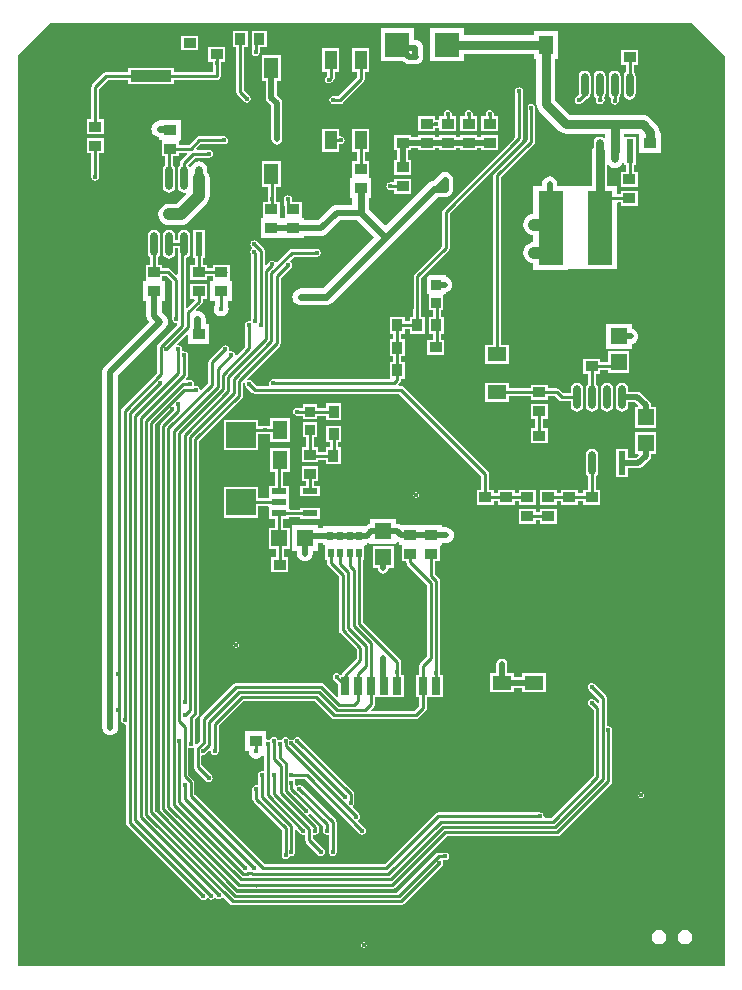
<source format=gbl>
%FSLAX44Y44*%
%MOMM*%
G71*
G01*
G75*
G04 Layer_Physical_Order=2*
G04 Layer_Color=16711680*
%ADD10R,0.8000X1.5000*%
%ADD11R,1.5000X1.0000*%
%ADD12R,1.0160X0.8890*%
%ADD13R,0.3000X1.3500*%
%ADD14R,0.2500X1.3500*%
%ADD15R,3.0000X2.1000*%
%ADD16R,2.1000X0.8000*%
%ADD17R,2.1844X2.4130*%
%ADD18R,0.3000X1.1000*%
%ADD19R,0.8128X1.0668*%
%ADD20R,0.8000X1.6000*%
%ADD21R,2.1000X3.0000*%
%ADD22R,0.8000X2.1000*%
%ADD23R,1.2954X1.1938*%
%ADD24R,0.8890X1.0160*%
%ADD25R,0.7000X0.6000*%
%ADD26R,1.3970X1.3970*%
%ADD27C,0.6000*%
%ADD28C,0.2540*%
%ADD29C,0.5000*%
%ADD30C,1.0000*%
%ADD31C,0.0254*%
%ADD32C,0.0254*%
G04:AMPARAMS|DCode=33|XSize=4mm|YSize=4mm|CornerRadius=2mm|HoleSize=0mm|Usage=FLASHONLY|Rotation=0.000|XOffset=0mm|YOffset=0mm|HoleType=Round|Shape=RoundedRectangle|*
%AMROUNDEDRECTD33*
21,1,4.0000,0.0000,0,0,0.0*
21,1,0.0000,4.0000,0,0,0.0*
1,1,4.0000,0.0000,0.0000*
1,1,4.0000,0.0000,0.0000*
1,1,4.0000,0.0000,0.0000*
1,1,4.0000,0.0000,0.0000*
%
%ADD33ROUNDEDRECTD33*%
%ADD34C,0.4500*%
%ADD35R,0.8128X0.8128*%
%ADD36R,1.2700X0.5080*%
%ADD37R,0.5000X0.8000*%
%ADD38R,1.3970X1.3970*%
%ADD39R,0.8000X1.5000*%
%ADD40R,1.4500X2.0000*%
%ADD41R,0.6096X2.0320*%
%ADD42O,0.6096X2.0320*%
%ADD43R,1.2000X1.8000*%
%ADD44R,1.0000X1.6000*%
%ADD45R,2.0000X2.0000*%
%ADD46R,2.5000X2.2000*%
%ADD47R,1.2954X1.6002*%
%ADD48R,1.6000X1.2000*%
%ADD49R,1.0668X0.8128*%
%ADD50R,3.5000X1.0000*%
%ADD51R,1.2000X1.6000*%
%ADD52R,2.1500X6.3000*%
%ADD53C,0.8000*%
G36*
X299302Y771591D02*
Y698D01*
X-299302D01*
Y771591D01*
X-271591Y799302D01*
X271591D01*
X299302Y771591D01*
D02*
G37*
%LPC*%
G36*
X212430Y494999D02*
X210461Y494607D01*
X208791Y493491D01*
X207675Y491822D01*
X207284Y489852D01*
Y475628D01*
X207675Y473658D01*
X208791Y471989D01*
X210461Y470873D01*
X212430Y470481D01*
X214400Y470873D01*
X216070Y471989D01*
X217186Y473658D01*
X217577Y475628D01*
Y478152D01*
X223479D01*
X226018Y475613D01*
X225532Y474440D01*
X223425D01*
Y456470D01*
X241395D01*
Y474440D01*
X236998D01*
Y475710D01*
X236649Y477466D01*
X235654Y478954D01*
X228624Y485984D01*
X227136Y486979D01*
X225380Y487328D01*
X217577D01*
Y489852D01*
X217186Y491822D01*
X216070Y493491D01*
X214400Y494607D01*
X212430Y494999D01*
D02*
G37*
G36*
X-68993Y464661D02*
X-85947D01*
Y457994D01*
X-95990D01*
Y463700D01*
X-124990D01*
Y437700D01*
X-95990D01*
Y451326D01*
X-85947D01*
Y444659D01*
X-68993D01*
Y464661D01*
D02*
G37*
G36*
X149320Y477234D02*
X135160D01*
Y464344D01*
X138906D01*
Y456406D01*
X135160D01*
Y443516D01*
X149320D01*
Y456406D01*
X145574D01*
Y464344D01*
X149320D01*
Y477234D01*
D02*
G37*
G36*
X-45706Y461294D02*
X-57834D01*
Y449166D01*
X-55104D01*
Y440466D01*
X-58850D01*
Y427576D01*
X-44690D01*
Y429736D01*
X-38576D01*
Y425990D01*
X-25686D01*
Y440150D01*
X-28497D01*
Y444340D01*
X-25386D01*
Y458500D01*
X-38276D01*
Y444340D01*
X-35165D01*
Y440150D01*
X-38576D01*
Y436404D01*
X-44690D01*
Y440466D01*
X-48436D01*
Y449166D01*
X-45706D01*
Y461294D01*
D02*
G37*
G36*
X241395Y452850D02*
X223425D01*
Y434880D01*
X226072D01*
X226558Y433707D01*
X224300Y431448D01*
X217479D01*
Y439020D01*
X207383D01*
Y414700D01*
X217479D01*
Y422272D01*
X226200D01*
X227956Y422621D01*
X229444Y423616D01*
X235654Y429826D01*
X236649Y431314D01*
X236998Y433070D01*
X236998Y433070D01*
X236998Y433070D01*
Y433070D01*
Y434880D01*
X241395D01*
Y452850D01*
D02*
G37*
G36*
X199730Y494999D02*
X197761Y494607D01*
X196091Y493491D01*
X194975Y491822D01*
X194584Y489852D01*
Y475628D01*
X194975Y473658D01*
X196091Y471989D01*
X197761Y470873D01*
X199730Y470481D01*
X201700Y470873D01*
X203370Y471989D01*
X204486Y473658D01*
X204877Y475628D01*
Y489852D01*
X204486Y491822D01*
X203370Y493491D01*
X201700Y494607D01*
X199730Y494999D01*
D02*
G37*
G36*
X218535Y521430D02*
X200565D01*
Y512223D01*
X193770D01*
Y515334D01*
X179610D01*
Y502444D01*
X183356D01*
Y493439D01*
X182275Y491822D01*
X181884Y489852D01*
Y475628D01*
X182275Y473658D01*
X183391Y471989D01*
X185061Y470873D01*
X187031Y470481D01*
X189000Y470873D01*
X190670Y471989D01*
X191786Y473658D01*
X192177Y475628D01*
Y489852D01*
X191786Y491822D01*
X190670Y493491D01*
X190024Y493923D01*
Y502444D01*
X193770D01*
Y505555D01*
X200565D01*
Y503460D01*
X218535D01*
Y521430D01*
D02*
G37*
G36*
X63054Y585914D02*
X46926D01*
Y569786D01*
X48926D01*
Y568674D01*
X48926D01*
Y556546D01*
X52546D01*
Y550720D01*
X48546D01*
Y536560D01*
X52546D01*
Y531416D01*
X47530D01*
Y518526D01*
X61690D01*
Y531416D01*
X59214D01*
Y536560D01*
X61436D01*
Y550720D01*
X59214D01*
Y556546D01*
X61054D01*
Y568674D01*
X61054D01*
Y568888D01*
X61952Y569786D01*
X63054D01*
Y571482D01*
X63927Y571597D01*
X65508Y572252D01*
X66866Y573294D01*
X67908Y574652D01*
X68563Y576233D01*
X68786Y577930D01*
X68563Y579627D01*
X67908Y581208D01*
X66866Y582566D01*
X65508Y583608D01*
X63927Y584263D01*
X63054Y584378D01*
Y585914D01*
D02*
G37*
G36*
X135350Y730804D02*
X134074Y730550D01*
X132992Y729827D01*
X132270Y728746D01*
X132016Y727470D01*
Y700470D01*
X104323Y672776D01*
X103600Y671695D01*
X103346Y670419D01*
Y526920D01*
X96680D01*
Y510920D01*
X116680D01*
Y526920D01*
X110014D01*
Y669038D01*
X137708Y696731D01*
X138430Y697813D01*
X138684Y699089D01*
Y727470D01*
X138430Y728746D01*
X137708Y729827D01*
X136626Y730550D01*
X135350Y730804D01*
D02*
G37*
G36*
X-25386Y477550D02*
X-38276D01*
Y473804D01*
X-45706D01*
Y476534D01*
X-57834D01*
Y473804D01*
X-62730D01*
X-64006Y473550D01*
X-65087Y472827D01*
X-65810Y471746D01*
X-66064Y470470D01*
X-65810Y469194D01*
X-65087Y468112D01*
X-64006Y467390D01*
X-62730Y467136D01*
X-57834D01*
Y464406D01*
X-45706D01*
Y467136D01*
X-38276D01*
Y463390D01*
X-25386D01*
Y477550D01*
D02*
G37*
G36*
X174331Y494999D02*
X172361Y494607D01*
X170691Y493491D01*
X169575Y491822D01*
X169184Y489852D01*
Y486074D01*
X162671D01*
X159597Y489148D01*
X158515Y489871D01*
X157239Y490125D01*
X149320D01*
Y493236D01*
X135160D01*
Y490254D01*
X116680D01*
Y494920D01*
X96680D01*
Y478920D01*
X116680D01*
Y483586D01*
X135160D01*
Y480346D01*
X149320D01*
Y483457D01*
X155858D01*
X158933Y480382D01*
X160014Y479660D01*
X161290Y479406D01*
X169184D01*
Y475628D01*
X169575Y473658D01*
X170691Y471989D01*
X172361Y470873D01*
X174331Y470481D01*
X176300Y470873D01*
X177970Y471989D01*
X179086Y473658D01*
X179477Y475628D01*
Y489852D01*
X179086Y491822D01*
X177970Y493491D01*
X176300Y494607D01*
X174331Y494999D01*
D02*
G37*
G36*
X187031Y439119D02*
X185061Y438727D01*
X183391Y437611D01*
X182275Y435942D01*
X181884Y433972D01*
Y419748D01*
X182275Y417778D01*
X183391Y416109D01*
X183696Y415905D01*
Y404336D01*
X179610D01*
Y401225D01*
X174720D01*
Y404336D01*
X160560D01*
Y401225D01*
X156940D01*
Y404336D01*
X142780D01*
Y391446D01*
X156940D01*
Y394557D01*
X160560D01*
Y391446D01*
X174720D01*
Y394557D01*
X179610D01*
Y391446D01*
X193770D01*
Y404336D01*
X190364D01*
Y415905D01*
X190670Y416109D01*
X191786Y417778D01*
X192177Y419748D01*
Y433972D01*
X191786Y435942D01*
X190670Y437611D01*
X189000Y438727D01*
X187031Y439119D01*
D02*
G37*
G36*
X228600Y148151D02*
X227683Y147969D01*
X226906Y147450D01*
X226386Y146672D01*
X226204Y145755D01*
X226386Y144838D01*
X226906Y144061D01*
X227683Y143542D01*
X228600Y143359D01*
X229517Y143542D01*
X230294Y144061D01*
X230814Y144838D01*
X230996Y145755D01*
X230814Y146672D01*
X230294Y147450D01*
X229517Y147969D01*
X228600Y148151D01*
D02*
G37*
G36*
X-88710Y199834D02*
X-106870D01*
Y182944D01*
X-103925D01*
X-103872Y182880D01*
X-103387Y180441D01*
X-102006Y178374D01*
X-99939Y176993D01*
X-97500Y176508D01*
X-95061Y176993D01*
X-92994Y178374D01*
X-92179Y179593D01*
X-90964Y179224D01*
Y166548D01*
X-91946Y165742D01*
X-92710Y165894D01*
X-93986Y165640D01*
X-95068Y164918D01*
X-95790Y163836D01*
X-96044Y162560D01*
Y155225D01*
X-97026Y154419D01*
X-97250Y154464D01*
X-98526Y154210D01*
X-99607Y153488D01*
X-100330Y152406D01*
X-100584Y151130D01*
Y142547D01*
X-100330Y141271D01*
X-99607Y140189D01*
X-99607Y140189D01*
X-99607Y140189D01*
X-75834Y116416D01*
Y94630D01*
X-75580Y93354D01*
X-74858Y92273D01*
X-73776Y91550D01*
X-72500Y91296D01*
X-71224Y91550D01*
X-70142Y92273D01*
X-69420Y93354D01*
X-69363Y93642D01*
X-68776Y94520D01*
X-67500Y94266D01*
X-66224Y94520D01*
X-65142Y95243D01*
X-64420Y96324D01*
X-64166Y97600D01*
Y115929D01*
X-62993Y116416D01*
X-59994Y113417D01*
X-59858Y113212D01*
X-58776Y112490D01*
X-57500Y112236D01*
X-56767Y112382D01*
X-55785Y111576D01*
Y107551D01*
X-55531Y106275D01*
X-54809Y105194D01*
X-44858Y95243D01*
X-43776Y94520D01*
X-42500Y94266D01*
X-41224Y94520D01*
X-40142Y95243D01*
X-39420Y96324D01*
X-39166Y97600D01*
X-39420Y98876D01*
X-40142Y99958D01*
X-49117Y108932D01*
Y111559D01*
X-48135Y112364D01*
X-47491Y112236D01*
X-46215Y112490D01*
X-45133Y113212D01*
X-44410Y114294D01*
X-44156Y115570D01*
Y118469D01*
X-44410Y119745D01*
X-45133Y120827D01*
X-53109Y128803D01*
X-52984Y130067D01*
X-52794Y130194D01*
X-52667Y130384D01*
X-51403Y130508D01*
X-40834Y119939D01*
Y115570D01*
X-40580Y114294D01*
X-39857Y113212D01*
X-38776Y112490D01*
X-37500Y112236D01*
X-36816Y112372D01*
X-35834Y111566D01*
Y97600D01*
X-35580Y96324D01*
X-34857Y95243D01*
X-33776Y94520D01*
X-32500Y94266D01*
X-31224Y94520D01*
X-30143Y95243D01*
X-29420Y96324D01*
X-29166Y97600D01*
Y122740D01*
X-29420Y124016D01*
X-30143Y125098D01*
X-58567Y153523D01*
X-59649Y154246D01*
X-60925Y154499D01*
X-62201Y154246D01*
X-63046Y153681D01*
X-64166Y154279D01*
Y156210D01*
X-64420Y157486D01*
X-64834Y158106D01*
X-64235Y159226D01*
X-55871D01*
X-9858Y113212D01*
X-8776Y112490D01*
X-7500Y112236D01*
X-6224Y112490D01*
X-5142Y113212D01*
X-4420Y114294D01*
X-4166Y115570D01*
X-4420Y116846D01*
X-5142Y117928D01*
X-10869Y123654D01*
X-10745Y124918D01*
X-10143Y125321D01*
X-9420Y126403D01*
X-9166Y127678D01*
X-9420Y128954D01*
X-10143Y130036D01*
X-15653Y135546D01*
X-15528Y136810D01*
X-15143Y137067D01*
X-14420Y138149D01*
X-14166Y139425D01*
Y146770D01*
X-14420Y148046D01*
X-15143Y149128D01*
X-60142Y194128D01*
X-61224Y194850D01*
X-62500Y195104D01*
X-63776Y194850D01*
X-64858Y194128D01*
X-65580Y193046D01*
X-65580Y193046D01*
Y193046D01*
X-66224Y192560D01*
X-67500Y192814D01*
X-68776Y192560D01*
X-69420Y193046D01*
Y193046D01*
X-69420Y193046D01*
X-70142Y194128D01*
X-71224Y194850D01*
X-72500Y195104D01*
X-73776Y194850D01*
X-74858Y194128D01*
X-75580Y193046D01*
D01*
X-76194Y192280D01*
X-77470Y192534D01*
X-78746Y192280D01*
X-79420Y193046D01*
Y193046D01*
X-79420Y193046D01*
X-80142Y194128D01*
X-81224Y194850D01*
X-82500Y195104D01*
X-83776Y194850D01*
X-84858Y194128D01*
X-85580Y193046D01*
X-85677Y192561D01*
X-86354Y192280D01*
X-87630Y192534D01*
X-87728Y192514D01*
X-88710Y193320D01*
Y199834D01*
D02*
G37*
G36*
X265800Y31748D02*
X263459Y31282D01*
X261474Y29956D01*
X260148Y27971D01*
X259683Y25630D01*
X260148Y23289D01*
X261474Y21304D01*
X263459Y19978D01*
X265800Y19512D01*
X268141Y19978D01*
X270126Y21304D01*
X271452Y23289D01*
X271918Y25630D01*
X271452Y27971D01*
X270126Y29956D01*
X268141Y31282D01*
X265800Y31748D01*
D02*
G37*
G36*
X-6350Y21446D02*
X-7267Y21264D01*
X-8044Y20744D01*
X-8564Y19967D01*
X-8746Y19050D01*
X-8564Y18133D01*
X-8044Y17356D01*
X-7267Y16836D01*
X-6350Y16654D01*
X-5433Y16836D01*
X-4656Y17356D01*
X-4136Y18133D01*
X-3954Y19050D01*
X-4136Y19967D01*
X-4656Y20744D01*
X-5433Y21264D01*
X-6350Y21446D01*
D02*
G37*
G36*
X243600Y31748D02*
X241259Y31282D01*
X239274Y29956D01*
X237948Y27971D01*
X237483Y25630D01*
X237948Y23289D01*
X239274Y21304D01*
X241259Y19978D01*
X243600Y19512D01*
X245941Y19978D01*
X247926Y21304D01*
X249252Y23289D01*
X249718Y25630D01*
X249252Y27971D01*
X247926Y29956D01*
X245941Y31282D01*
X243600Y31748D01*
D02*
G37*
G36*
X110490Y261128D02*
X108734Y260779D01*
X107246Y259784D01*
X106251Y258296D01*
X105902Y256540D01*
Y248790D01*
X100490D01*
Y232790D01*
X120490D01*
Y236202D01*
X127730D01*
Y232790D01*
X147730D01*
Y248790D01*
X127730D01*
Y245378D01*
X120490D01*
Y248790D01*
X115078D01*
Y256540D01*
X114729Y258296D01*
X113734Y259784D01*
X112246Y260779D01*
X110490Y261128D01*
D02*
G37*
G36*
X38100Y402446D02*
X37183Y402264D01*
X36406Y401744D01*
X35886Y400967D01*
X35704Y400050D01*
X35886Y399133D01*
X36406Y398356D01*
X37183Y397836D01*
X38100Y397654D01*
X39017Y397836D01*
X39794Y398356D01*
X40314Y399133D01*
X40496Y400050D01*
X40314Y400967D01*
X39794Y401744D01*
X39017Y402264D01*
X38100Y402446D01*
D02*
G37*
G36*
X-44690Y424464D02*
X-58850D01*
Y411574D01*
X-55104D01*
Y407740D01*
X-60120D01*
Y398660D01*
X-43420D01*
Y407740D01*
X-48436D01*
Y411574D01*
X-44690D01*
Y424464D01*
D02*
G37*
G36*
X-68993Y439261D02*
X-85947D01*
Y419259D01*
X-81104D01*
Y407740D01*
X-86120D01*
Y399138D01*
X-86120Y399138D01*
X-86120D01*
X-86120Y398660D01*
Y398450D01*
Y398240D01*
Y397932D01*
X-87018Y397034D01*
X-95990D01*
Y406700D01*
X-124990D01*
Y380700D01*
X-95990D01*
Y390366D01*
X-87018D01*
X-86120Y389468D01*
Y389160D01*
Y388950D01*
Y388740D01*
X-86120Y388262D01*
X-86120Y388262D01*
X-86120D01*
Y379660D01*
X-81090D01*
Y372205D01*
X-86741D01*
Y354235D01*
X-80804D01*
Y347186D01*
X-84550D01*
Y334296D01*
X-70390D01*
Y347186D01*
X-74136D01*
Y354235D01*
X-68771D01*
Y372205D01*
X-74422D01*
Y379660D01*
X-69420D01*
Y380852D01*
X-60120D01*
Y379660D01*
X-43420D01*
Y388740D01*
X-60120D01*
Y387520D01*
X-68522D01*
X-69420Y388418D01*
X-69420Y388740D01*
Y388789D01*
Y388950D01*
X-69420Y389160D01*
X-69420Y389638D01*
X-69420Y389638D01*
X-69420D01*
Y397762D01*
X-69420Y397762D01*
D01*
D01*
X-69420Y398240D01*
Y398289D01*
Y398450D01*
X-69420Y398660D01*
X-69420Y399138D01*
X-69420Y399138D01*
X-69420D01*
Y407740D01*
X-74436D01*
Y419259D01*
X-68993D01*
Y439261D01*
D02*
G37*
G36*
X-114300Y275446D02*
X-115217Y275264D01*
X-115994Y274744D01*
X-116514Y273967D01*
X-116696Y273050D01*
X-116514Y272133D01*
X-115994Y271356D01*
X-115217Y270836D01*
X-114300Y270654D01*
X-113383Y270836D01*
X-112606Y271356D01*
X-112086Y272133D01*
X-111904Y273050D01*
X-112086Y273967D01*
X-112606Y274744D01*
X-113383Y275264D01*
X-114300Y275446D01*
D02*
G37*
G36*
X156940Y388334D02*
X142780D01*
Y385223D01*
X139160D01*
Y388334D01*
X125000D01*
Y375444D01*
X139160D01*
Y378555D01*
X142780D01*
Y375444D01*
X156940D01*
Y388334D01*
D02*
G37*
G36*
X220535Y545020D02*
X198565D01*
Y523050D01*
X220535D01*
Y527588D01*
X221407Y527702D01*
X222988Y528357D01*
X224346Y529399D01*
X225388Y530757D01*
X226043Y532338D01*
X226266Y534035D01*
X226043Y535732D01*
X225388Y537313D01*
X224346Y538671D01*
X222988Y539713D01*
X221407Y540368D01*
X220535Y540482D01*
Y545020D01*
D02*
G37*
G36*
X193381Y759159D02*
X191411Y758767D01*
X189741Y757651D01*
X188625Y755982D01*
X188234Y754012D01*
Y739788D01*
X188625Y737818D01*
X189741Y736149D01*
X190046Y735945D01*
Y735290D01*
Y734060D01*
X190300Y732784D01*
X191023Y731702D01*
X192105Y730980D01*
X193381Y730726D01*
X194656Y730980D01*
X194902Y731144D01*
X195586Y731280D01*
X196667Y732002D01*
X197390Y733084D01*
X197644Y734360D01*
X197390Y735636D01*
X197034Y736169D01*
X198136Y737818D01*
X198527Y739788D01*
Y754012D01*
X198136Y755982D01*
X197020Y757651D01*
X195350Y758767D01*
X193381Y759159D01*
D02*
G37*
G36*
X-1890Y778060D02*
X-15890D01*
Y758060D01*
X-12224D01*
Y753221D01*
X-27751Y737694D01*
X-32050D01*
X-33326Y737440D01*
X-34407Y736718D01*
X-35130Y735636D01*
X-35384Y734360D01*
X-35130Y733084D01*
X-34407Y732002D01*
X-33326Y731280D01*
X-32050Y731026D01*
X-26370D01*
X-25094Y731280D01*
X-24012Y732002D01*
X-6532Y749482D01*
X-5810Y750564D01*
X-5556Y751840D01*
Y758060D01*
X-1890D01*
Y778060D01*
D02*
G37*
G36*
X-104426Y793020D02*
X-117316D01*
Y778860D01*
X-114205D01*
Y740991D01*
X-113951Y739715D01*
X-113229Y738633D01*
X-107668Y733073D01*
X-106586Y732350D01*
X-105310Y732096D01*
X-104034Y732350D01*
X-102952Y733073D01*
X-102230Y734154D01*
X-101976Y735430D01*
X-102230Y736706D01*
X-102952Y737787D01*
X-107537Y742372D01*
Y778860D01*
X-104426D01*
Y793020D01*
D02*
G37*
G36*
X64770Y725964D02*
X63494Y725710D01*
X62413Y724987D01*
X61690Y723906D01*
X61436Y722630D01*
Y720566D01*
X57690D01*
Y717660D01*
X56570Y717061D01*
X56076Y717391D01*
X54800Y717645D01*
X54070Y718244D01*
Y720566D01*
X39910D01*
Y707676D01*
X54070D01*
Y710787D01*
X54610D01*
X55886Y711041D01*
X56570Y711498D01*
X57690Y710899D01*
Y707676D01*
X71850D01*
Y720566D01*
X68104D01*
Y722630D01*
X67850Y723906D01*
X67127Y724987D01*
X66046Y725710D01*
X64770Y725964D01*
D02*
G37*
G36*
X206080Y759159D02*
X204111Y758767D01*
X202441Y757651D01*
X201325Y755982D01*
X200934Y754012D01*
Y739788D01*
X201325Y737818D01*
X202441Y736149D01*
X202746Y735945D01*
Y733719D01*
X203000Y732444D01*
X203723Y731362D01*
X204805Y730639D01*
X206080Y730386D01*
X207356Y730639D01*
X208438Y731362D01*
X209161Y732444D01*
X209415Y733719D01*
Y735945D01*
X209720Y736149D01*
X210836Y737818D01*
X211227Y739788D01*
Y754012D01*
X210836Y755982D01*
X209720Y757651D01*
X208050Y758767D01*
X206080Y759159D01*
D02*
G37*
G36*
X180681D02*
X178711Y758767D01*
X177041Y757651D01*
X175925Y755982D01*
X175534Y754012D01*
Y739788D01*
X175734Y738779D01*
X173372Y736417D01*
X172650Y735336D01*
X172396Y734060D01*
X172650Y732784D01*
X173372Y731702D01*
X174454Y730980D01*
X175730Y730726D01*
X177006Y730980D01*
X178088Y731702D01*
X180839Y734454D01*
X182436Y734772D01*
X183925Y735766D01*
X184068Y735980D01*
X184320Y736149D01*
X185436Y737818D01*
X185827Y739788D01*
Y754012D01*
X185436Y755982D01*
X184320Y757651D01*
X182650Y758767D01*
X180681Y759159D01*
D02*
G37*
G36*
X36180Y795050D02*
X8180D01*
Y767050D01*
X26908D01*
X27704Y766254D01*
X29062Y765212D01*
X29988Y764829D01*
X30643Y764557D01*
X32340Y764334D01*
X37730D01*
X39427Y764557D01*
X41008Y765212D01*
X42366Y766254D01*
X43408Y767612D01*
X44063Y769193D01*
X44286Y770890D01*
X44063Y772587D01*
X44056Y772603D01*
Y778510D01*
X43833Y780207D01*
X43178Y781788D01*
X42136Y783146D01*
X40778Y784188D01*
X39197Y784843D01*
X37500Y785066D01*
X36180D01*
Y795050D01*
D02*
G37*
G36*
X-88424Y793020D02*
X-101314D01*
Y778860D01*
X-101124D01*
Y774700D01*
X-100870Y773424D01*
X-100147Y772343D01*
X-99066Y771620D01*
X-97790Y771366D01*
X-96514Y771620D01*
X-95433Y772343D01*
X-94710Y773424D01*
X-94456Y774700D01*
Y778860D01*
X-88424D01*
Y793020D01*
D02*
G37*
G36*
X-146298Y788435D02*
X-160966D01*
Y776307D01*
X-146298D01*
Y788435D01*
D02*
G37*
G36*
X225861Y776954D02*
X211700D01*
Y764064D01*
X215446D01*
Y757856D01*
X215141Y757651D01*
X214025Y755982D01*
X213634Y754012D01*
Y739788D01*
X214025Y737818D01*
X215141Y736149D01*
X216811Y735033D01*
X218780Y734641D01*
X220750Y735033D01*
X222420Y736149D01*
X223536Y737818D01*
X223927Y739788D01*
Y754012D01*
X223536Y755982D01*
X222420Y757651D01*
X222115Y757856D01*
Y764064D01*
X225861D01*
Y776954D01*
D02*
G37*
G36*
X-27290Y778060D02*
X-41290D01*
Y758060D01*
X-37624D01*
Y754491D01*
X-38177Y753938D01*
X-38900Y752856D01*
X-39154Y751580D01*
X-38900Y750304D01*
X-38177Y749222D01*
X-37096Y748500D01*
X-35820Y748246D01*
X-34544Y748500D01*
X-33463Y749222D01*
X-31932Y750752D01*
X-31210Y751834D01*
X-30956Y753110D01*
X-30956Y753110D01*
X-30956Y753110D01*
Y753110D01*
Y758060D01*
X-27290D01*
Y778060D01*
D02*
G37*
G36*
X-123362Y778897D02*
X-138030D01*
Y766769D01*
X-134030D01*
Y757973D01*
X-167190D01*
Y761638D01*
X-206190D01*
Y757973D01*
X-224272D01*
X-225547Y757719D01*
X-226629Y756996D01*
X-236038Y747588D01*
X-236760Y746506D01*
X-237014Y745230D01*
Y718026D01*
X-240760D01*
Y705136D01*
X-226600D01*
Y718026D01*
X-230346D01*
Y743849D01*
X-222890Y751304D01*
X-206190D01*
Y747638D01*
X-167190D01*
Y751304D01*
X-130696D01*
X-129420Y751558D01*
X-128338Y752281D01*
X-127615Y753363D01*
X-127362Y754639D01*
Y766769D01*
X-123362D01*
Y778897D01*
D02*
G37*
G36*
X33750Y667734D02*
X19590D01*
Y664623D01*
X16129D01*
X14853Y664369D01*
X13772Y663646D01*
X13049Y662565D01*
X12795Y661289D01*
X13049Y660013D01*
X13772Y658932D01*
X14853Y658209D01*
X16129Y657955D01*
X19590D01*
Y654844D01*
X33750D01*
Y667734D01*
D02*
G37*
G36*
X-226600Y702024D02*
X-240760D01*
Y689134D01*
X-237014D01*
Y669290D01*
X-236760Y668014D01*
X-236038Y666933D01*
X-234956Y666210D01*
X-233680Y665956D01*
X-232404Y666210D01*
X-231322Y666933D01*
X-230600Y668014D01*
X-230346Y669290D01*
Y689134D01*
X-226600D01*
Y702024D01*
D02*
G37*
G36*
X78180Y795050D02*
X50180D01*
Y767050D01*
X78180D01*
Y772981D01*
X137830D01*
Y769050D01*
X139761D01*
Y731010D01*
X139761Y731010D01*
X139761D01*
X140036Y728922D01*
X140842Y726975D01*
X142124Y725304D01*
X159394Y708034D01*
X161066Y706752D01*
X163012Y705946D01*
X165100Y705671D01*
X198011D01*
Y702456D01*
X196891Y701857D01*
X195350Y702887D01*
X193381Y703279D01*
X191411Y702887D01*
X189741Y701771D01*
X188625Y700102D01*
X188234Y698132D01*
Y694117D01*
X187729Y693361D01*
X187263Y691020D01*
Y661571D01*
X158586Y661475D01*
X157686Y662371D01*
Y662940D01*
X157463Y664637D01*
X156808Y666218D01*
X155766Y667576D01*
X154408Y668618D01*
X152827Y669273D01*
X151130Y669496D01*
X149433Y669273D01*
X147852Y668618D01*
X146494Y667576D01*
X145452Y666218D01*
X144797Y664637D01*
X144574Y662940D01*
Y661428D01*
X137653Y661404D01*
X137653Y661404D01*
Y661404D01*
X137478Y661229D01*
X137220D01*
Y637660D01*
X135380Y637418D01*
X133191Y636511D01*
X131311Y635069D01*
X129868Y633189D01*
X128962Y630999D01*
X128652Y628650D01*
X128962Y626301D01*
X129868Y624111D01*
X131311Y622231D01*
X133191Y620788D01*
X135380Y619882D01*
X137220Y619640D01*
Y613880D01*
X135380Y613637D01*
X133191Y612730D01*
X131311Y611288D01*
X129868Y609408D01*
X128962Y607219D01*
X128652Y604869D01*
X128962Y602519D01*
X129868Y600330D01*
X131311Y598450D01*
X133191Y597007D01*
X135380Y596101D01*
X137220Y595858D01*
Y590229D01*
X166720D01*
Y591026D01*
X208309D01*
X208205Y646896D01*
X209102Y647795D01*
X211360D01*
Y644684D01*
X225520D01*
Y657574D01*
X211360D01*
Y654463D01*
X208191D01*
X208178Y661641D01*
X200398Y661615D01*
X199498Y662512D01*
Y678933D01*
X200701Y679342D01*
X201054Y678881D01*
X202526Y677752D01*
X204241Y677041D01*
X206080Y676799D01*
X207920Y677041D01*
X209635Y677752D01*
X211107Y678881D01*
X212237Y680354D01*
X212487Y680957D01*
X213732Y680709D01*
Y678860D01*
X215446D01*
Y673576D01*
X211360D01*
Y660686D01*
X225520D01*
Y673576D01*
X222115D01*
Y678860D01*
X223829D01*
Y703180D01*
X214149D01*
Y705671D01*
X226528D01*
X227140Y705059D01*
Y689166D01*
X245300D01*
Y706056D01*
X244289D01*
Y707390D01*
X244014Y709478D01*
X243208Y711424D01*
X241926Y713096D01*
X235576Y719446D01*
X233904Y720728D01*
X231958Y721534D01*
X229870Y721809D01*
X168442D01*
X155899Y734352D01*
Y769050D01*
X157830D01*
Y793050D01*
X137830D01*
Y789119D01*
X78180D01*
Y795050D01*
D02*
G37*
G36*
X-1890Y710060D02*
X-15890D01*
Y690060D01*
X-12224D01*
Y682466D01*
X-15970D01*
Y669576D01*
X-15970D01*
Y669362D01*
X-16868Y668464D01*
X-17970D01*
Y651574D01*
X-15950D01*
Y645486D01*
X-29090D01*
X-30787Y645263D01*
X-31442Y644991D01*
X-32368Y644608D01*
X-33726Y643566D01*
X-45007Y632285D01*
X-56960D01*
Y634174D01*
X-58960D01*
Y635286D01*
X-58960D01*
Y648176D01*
X-67214D01*
Y650240D01*
X-67468Y651516D01*
X-68191Y652598D01*
X-69273Y653320D01*
X-70549Y653574D01*
X-71824Y653320D01*
X-72906Y652598D01*
X-73629Y651516D01*
X-73883Y650240D01*
Y646239D01*
X-73629Y644964D01*
X-73120Y644202D01*
Y635286D01*
X-73120D01*
Y635072D01*
X-74018Y634174D01*
X-75120D01*
D01*
D01*
X-75120Y634174D01*
X-75390D01*
Y634174D01*
X-77390D01*
Y635286D01*
X-77390D01*
Y648176D01*
X-80486D01*
Y650240D01*
Y660340D01*
X-76470D01*
Y682340D01*
X-92470D01*
Y660340D01*
X-87154D01*
Y650240D01*
Y648176D01*
X-91550D01*
Y635286D01*
X-91550D01*
Y635072D01*
X-92448Y634174D01*
X-93550D01*
Y617284D01*
X-75390D01*
Y617284D01*
X-75390D01*
X-75390Y617284D01*
X-75120D01*
Y617284D01*
X-56960D01*
Y619173D01*
X-42291D01*
X-40594Y619396D01*
X-39939Y619668D01*
X-39013Y620051D01*
X-37655Y621093D01*
X-26374Y632374D01*
X-12319D01*
X2140Y617915D01*
X-41024Y574750D01*
X-59690D01*
X-61517Y574510D01*
X-63220Y573805D01*
X-64682Y572682D01*
X-65805Y571220D01*
X-66510Y569517D01*
X-66750Y567690D01*
X-66510Y565863D01*
X-65805Y564160D01*
X-64682Y562698D01*
X-63220Y561576D01*
X-61517Y560870D01*
X-59690Y560630D01*
X-38100D01*
X-36273Y560870D01*
X-34570Y561576D01*
X-33108Y562698D01*
X16422Y612228D01*
X56265Y652070D01*
X62230D01*
X64057Y652310D01*
X65760Y653016D01*
X67222Y654138D01*
X68344Y655600D01*
X69050Y657303D01*
X69290Y659130D01*
Y666190D01*
X69050Y668018D01*
X68344Y669721D01*
X67222Y671183D01*
X65760Y672305D01*
X64057Y673010D01*
X62230Y673251D01*
X60403Y673010D01*
X58700Y672305D01*
X57238Y671183D01*
X52079Y666024D01*
X51513Y665950D01*
X49810Y665245D01*
X48348Y664122D01*
X12125Y627900D01*
X-1830Y641854D01*
Y651574D01*
X190D01*
Y668464D01*
X-1810D01*
Y669576D01*
X-1810D01*
Y682466D01*
X-5556D01*
Y690060D01*
X-1890D01*
Y710060D01*
D02*
G37*
G36*
X125230Y745014D02*
X123954Y744760D01*
X122872Y744037D01*
X122150Y742956D01*
X121896Y741680D01*
Y703191D01*
X60761Y642057D01*
X60039Y640975D01*
X59785Y639699D01*
Y610600D01*
X36632Y587447D01*
X35909Y586365D01*
X35655Y585089D01*
Y550720D01*
X32544D01*
Y546974D01*
X28416D01*
Y550720D01*
X15526D01*
Y536560D01*
X18637D01*
Y531670D01*
X15526D01*
Y517510D01*
X18637D01*
Y512620D01*
X15526D01*
Y498460D01*
D01*
Y498460D01*
X14750Y497684D01*
X-83500D01*
X-84776Y497430D01*
X-85857Y496707D01*
X-86580Y495626D01*
X-86834Y494350D01*
X-86618Y493266D01*
X-87424Y492284D01*
X-97039D01*
X-101143Y496387D01*
X-102224Y497110D01*
X-103500Y497364D01*
X-104524Y497160D01*
X-105123Y498280D01*
X-77523Y525881D01*
X-76800Y526963D01*
X-76546Y528238D01*
Y583647D01*
X-68191Y592002D01*
X-67468Y593084D01*
X-67214Y594360D01*
X-67468Y595636D01*
X-68191Y596718D01*
X-68681Y597045D01*
X-68806Y598309D01*
X-65580Y601535D01*
X-46069D01*
X-44793Y601789D01*
X-43712Y602511D01*
X-42989Y603593D01*
X-42735Y604869D01*
X-42989Y606145D01*
X-43712Y607226D01*
X-44793Y607949D01*
X-46069Y608203D01*
X-66961D01*
X-68237Y607949D01*
X-69318Y607226D01*
X-79839Y596706D01*
X-81103Y596830D01*
X-81462Y597368D01*
X-82544Y598090D01*
X-83820Y598344D01*
X-85096Y598090D01*
X-86178Y597368D01*
X-86900Y596286D01*
X-86955Y596011D01*
X-88993Y593973D01*
X-90166Y594459D01*
Y606580D01*
X-90420Y607856D01*
X-91142Y608937D01*
X-96702Y614497D01*
X-97784Y615220D01*
X-99060Y615474D01*
X-100336Y615220D01*
X-101418Y614497D01*
X-102140Y613416D01*
X-102394Y612140D01*
X-102140Y610864D01*
X-101418Y609782D01*
X-101138Y609503D01*
X-101263Y608239D01*
X-101453Y608112D01*
X-102176Y607031D01*
X-102429Y605755D01*
X-102176Y604479D01*
X-101754Y603848D01*
Y547692D01*
X-101834Y547290D01*
X-103461Y546966D01*
X-103500Y546974D01*
X-104776Y546720D01*
X-105857Y545998D01*
X-106580Y544916D01*
X-106834Y543640D01*
Y525261D01*
X-114009Y518086D01*
X-115225Y518455D01*
X-115420Y519436D01*
X-116143Y520518D01*
X-117224Y521240D01*
X-118500Y521494D01*
X-119475Y521300D01*
X-120373Y522198D01*
X-120166Y523240D01*
X-120420Y524516D01*
X-121143Y525597D01*
X-122224Y526320D01*
X-123500Y526574D01*
X-124776Y526320D01*
X-125857Y525597D01*
X-136978Y514478D01*
X-137700Y513396D01*
X-137954Y512120D01*
Y494619D01*
X-143879Y488694D01*
X-144858Y488889D01*
X-145173Y488984D01*
X-145420Y490226D01*
X-146143Y491307D01*
X-147224Y492030D01*
X-148500Y492284D01*
X-149512D01*
X-150318Y493266D01*
X-150166Y494030D01*
X-150420Y495306D01*
X-151143Y496387D01*
X-152224Y497110D01*
X-153500Y497364D01*
X-156591D01*
X-157077Y498537D01*
X-156143Y499472D01*
X-155420Y500554D01*
X-155166Y501829D01*
Y518160D01*
X-155420Y519436D01*
X-156143Y520518D01*
X-157224Y521240D01*
X-158500Y521494D01*
X-159184Y521358D01*
X-160166Y522164D01*
Y523240D01*
X-160420Y524516D01*
X-161143Y525597D01*
X-162224Y526320D01*
X-163500Y526574D01*
X-163790Y526516D01*
X-164389Y527636D01*
X-156303Y535722D01*
X-155130Y535236D01*
Y527876D01*
X-136970D01*
Y544766D01*
X-140170D01*
Y548550D01*
X-140410Y550377D01*
X-141116Y552080D01*
X-142238Y553543D01*
X-143700Y554664D01*
X-145403Y555370D01*
X-147230Y555610D01*
X-147659Y555554D01*
X-148221Y556693D01*
X-143693Y561222D01*
X-142970Y562303D01*
X-142716Y563579D01*
Y565944D01*
X-138970D01*
Y578834D01*
X-153130D01*
Y565944D01*
X-150059D01*
X-149573Y564771D01*
X-156043Y558301D01*
X-157216Y558787D01*
Y600258D01*
X-156440Y600413D01*
X-154770Y601529D01*
X-153654Y603198D01*
X-153263Y605168D01*
Y619392D01*
X-153654Y621362D01*
X-154770Y623031D01*
X-156440Y624147D01*
X-158410Y624539D01*
X-160379Y624147D01*
X-162049Y623031D01*
X-163165Y621362D01*
X-163556Y619392D01*
Y615614D01*
X-165963D01*
Y619392D01*
X-166354Y621362D01*
X-167470Y623031D01*
X-169140Y624147D01*
X-171110Y624539D01*
X-173079Y624147D01*
X-174749Y623031D01*
X-175865Y621362D01*
X-176256Y619392D01*
Y605168D01*
X-175865Y603198D01*
X-174749Y601529D01*
X-173079Y600413D01*
X-171110Y600021D01*
X-169140Y600413D01*
X-167470Y601529D01*
X-166354Y603198D01*
X-165963Y605168D01*
Y608946D01*
X-163885D01*
Y586819D01*
X-165058Y586333D01*
X-169473Y590748D01*
X-170555Y591471D01*
X-171831Y591725D01*
X-176730D01*
Y594836D01*
X-180476D01*
Y601325D01*
X-180170Y601529D01*
X-179054Y603198D01*
X-178663Y605168D01*
Y619392D01*
X-179054Y621362D01*
X-180170Y623031D01*
X-181840Y624147D01*
X-183810Y624539D01*
X-185779Y624147D01*
X-187449Y623031D01*
X-188565Y621362D01*
X-188956Y619392D01*
Y605168D01*
X-188565Y603198D01*
X-187449Y601529D01*
X-187144Y601325D01*
Y594836D01*
X-190889D01*
Y581946D01*
X-190889D01*
Y581732D01*
X-191788Y580834D01*
X-192889D01*
Y563944D01*
X-190366D01*
Y551679D01*
X-190142Y549982D01*
X-189815Y549192D01*
X-189487Y548401D01*
X-188445Y547043D01*
X-188022Y546619D01*
X-225616Y509025D01*
X-226658Y507668D01*
X-227041Y506741D01*
X-227313Y506086D01*
X-227536Y504389D01*
Y202819D01*
X-227313Y201122D01*
X-226658Y199541D01*
X-225616Y198183D01*
X-224258Y197141D01*
X-222677Y196486D01*
X-220980Y196263D01*
X-219283Y196486D01*
X-217702Y197141D01*
X-216344Y198183D01*
X-215302Y199541D01*
X-214647Y201122D01*
X-214424Y202819D01*
Y349472D01*
X-214281Y350193D01*
X-214424Y350914D01*
Y501674D01*
X-174114Y541983D01*
X-174114Y541984D01*
X-173072Y543341D01*
X-172417Y544923D01*
X-172194Y546619D01*
X-172417Y548316D01*
X-173072Y549897D01*
X-174114Y551255D01*
X-177253Y554395D01*
Y563944D01*
X-174729D01*
Y580834D01*
X-176730D01*
Y581946D01*
X-176730D01*
Y585057D01*
X-173212D01*
X-168424Y580270D01*
Y548649D01*
X-168171Y547374D01*
X-167448Y546292D01*
X-166366Y545569D01*
X-165091Y545316D01*
X-164866Y545360D01*
X-164536Y545089D01*
X-164474Y543821D01*
X-180397Y527897D01*
X-181120Y526816D01*
X-181374Y525540D01*
Y503271D01*
X-211208Y473438D01*
X-211930Y472356D01*
X-212184Y471081D01*
Y209550D01*
X-211930Y208274D01*
X-211208Y207192D01*
X-210126Y206470D01*
X-208850Y206216D01*
X-208626Y206261D01*
X-207644Y205455D01*
Y122490D01*
X-207390Y121214D01*
X-206667Y120132D01*
X-206667Y120132D01*
X-206667Y120132D01*
X-144486Y57950D01*
X-143404Y57228D01*
X-142128Y56974D01*
X-140852Y57228D01*
X-139770Y57950D01*
X-139382Y58531D01*
X-138118Y58656D01*
X-137683Y58220D01*
X-136601Y57497D01*
X-135325Y57243D01*
X-134049Y57497D01*
X-132968Y58220D01*
X-132687Y58639D01*
X-131424Y58764D01*
X-131262Y58602D01*
X-130181Y57880D01*
X-128905Y57626D01*
X-127629Y57880D01*
X-126547Y58602D01*
X-126420Y58793D01*
X-125156Y58917D01*
X-119572Y53333D01*
X-118490Y52610D01*
X-117214Y52356D01*
X25210D01*
X26486Y52610D01*
X27568Y53333D01*
X27568Y53333D01*
X27568Y53333D01*
X59858Y85623D01*
X60580Y86704D01*
X60834Y87980D01*
X60580Y89256D01*
X60385Y89547D01*
X60984Y90667D01*
X62491D01*
X63767Y90921D01*
X64848Y91644D01*
X65571Y92726D01*
X65825Y94002D01*
X65571Y95277D01*
X64848Y96359D01*
X63767Y97082D01*
X62491Y97336D01*
X57101D01*
X55825Y97082D01*
X54743Y96359D01*
X21948Y63564D01*
X-113953D01*
X-182816Y132427D01*
Y459589D01*
X-168007Y474397D01*
X-166834Y473911D01*
Y472160D01*
X-178538Y460456D01*
X-179260Y459374D01*
X-179514Y458098D01*
Y133917D01*
X-179260Y132641D01*
X-178538Y131560D01*
X-178538Y131560D01*
X-178538Y131560D01*
X-113930Y66952D01*
X-113282Y66519D01*
X-112848Y66230D01*
X-111573Y65976D01*
X17501D01*
X18777Y66230D01*
X19858Y66953D01*
X63872Y110966D01*
X157480D01*
X158756Y111220D01*
X159838Y111943D01*
X159838Y111942D01*
X159838Y111943D01*
X203018Y155122D01*
X203018Y155122D01*
X203018Y155122D01*
X203740Y156204D01*
X203994Y157480D01*
Y200660D01*
X203740Y201936D01*
X203018Y203018D01*
X201936Y203740D01*
X200660Y203994D01*
X200436Y203950D01*
X199454Y204755D01*
Y228060D01*
X199200Y229336D01*
X198477Y230417D01*
X189048Y239848D01*
X187966Y240570D01*
X186690Y240824D01*
X185414Y240570D01*
X184333Y239848D01*
X183610Y238766D01*
X183356Y237490D01*
X183610Y236214D01*
X184333Y235133D01*
X192786Y226679D01*
Y224289D01*
X191613Y223804D01*
X189048Y226369D01*
X187966Y227091D01*
X186690Y227345D01*
X185414Y227091D01*
X184333Y226369D01*
X183610Y225287D01*
X183356Y224011D01*
X183610Y222735D01*
X184333Y221653D01*
X188246Y217740D01*
Y162622D01*
X152338Y126714D01*
X146875D01*
X146069Y127696D01*
X146114Y127920D01*
X145860Y129196D01*
X145138Y130278D01*
X144056Y131000D01*
X142780Y131254D01*
X56849D01*
X55574Y131000D01*
X54492Y130278D01*
X11559Y87344D01*
X-90249D01*
X-149606Y146701D01*
Y156546D01*
X-149860Y157822D01*
X-150583Y158904D01*
X-154686Y163007D01*
Y185330D01*
X-153704Y186136D01*
X-152500Y185896D01*
X-151230Y186148D01*
X-150332Y185250D01*
X-150374Y185040D01*
Y169560D01*
X-150120Y168284D01*
X-149397Y167202D01*
X-149397Y167202D01*
X-149397Y167202D01*
X-139858Y157662D01*
X-138776Y156940D01*
X-137500Y156686D01*
X-136224Y156940D01*
X-135142Y157662D01*
X-134420Y158744D01*
X-134166Y160020D01*
X-134420Y161296D01*
X-135142Y162378D01*
X-143706Y170941D01*
Y178785D01*
X-142724Y179590D01*
X-142500Y179546D01*
X-141224Y179800D01*
X-140142Y180522D01*
X-137007Y183657D01*
X-135834Y183172D01*
Y182880D01*
X-135580Y181604D01*
X-134858Y180522D01*
X-133776Y179800D01*
X-132500Y179546D01*
X-131224Y179800D01*
X-130142Y180522D01*
X-129420Y181604D01*
X-129166Y182880D01*
Y204430D01*
X-108330Y225266D01*
X-47800D01*
X-33536Y211003D01*
X-32454Y210280D01*
X-31179Y210026D01*
X37540D01*
X38816Y210280D01*
X39897Y211003D01*
X39897Y211002D01*
X39897Y211003D01*
X46347Y217453D01*
X47070Y218534D01*
X47324Y219810D01*
Y228590D01*
X60990D01*
Y247590D01*
X58324D01*
Y327280D01*
X58070Y328556D01*
X57347Y329637D01*
X54134Y332851D01*
Y343694D01*
X57880D01*
Y356584D01*
X57880D01*
Y356798D01*
X58778Y357696D01*
X59880D01*
Y359204D01*
X63500D01*
X65197Y359427D01*
X66778Y360082D01*
X68136Y361124D01*
X69178Y362482D01*
X69833Y364063D01*
X70056Y365760D01*
X69833Y367457D01*
X69178Y369038D01*
X68136Y370396D01*
X66778Y371438D01*
X65197Y372093D01*
X63500Y372316D01*
X59880D01*
Y374586D01*
X25538D01*
X25503Y374613D01*
X24577Y374996D01*
X23922Y375268D01*
X22225Y375491D01*
X21145D01*
Y379920D01*
X-825D01*
Y375382D01*
X-1697Y375268D01*
X-2352Y374996D01*
X-3278Y374613D01*
X-4636Y373571D01*
X-4687Y373520D01*
X-41137D01*
Y372076D01*
X-45181D01*
Y374205D01*
X-67151D01*
Y352235D01*
X-62722D01*
Y350193D01*
X-62499Y348496D01*
X-61844Y346915D01*
X-60802Y345557D01*
X-59444Y344515D01*
X-57863Y343860D01*
X-56166Y343637D01*
X-54469Y343860D01*
X-52888Y344515D01*
X-51530Y345557D01*
X-50488Y346915D01*
X-49833Y348496D01*
X-49610Y350193D01*
Y352235D01*
X-45181D01*
Y358964D01*
X-41137D01*
Y357520D01*
X-38693D01*
Y356490D01*
X-38693D01*
Y344490D01*
X-37527D01*
Y342573D01*
X-37274Y341297D01*
X-36551Y340215D01*
X-36551Y340215D01*
X-36551Y340215D01*
X-27244Y330909D01*
Y309590D01*
Y285319D01*
X-26990Y284043D01*
X-26267Y282961D01*
X-12424Y269118D01*
Y261121D01*
X-24367Y249177D01*
X-25090Y248096D01*
X-25191Y247590D01*
X-26435D01*
X-26853Y248008D01*
X-27934Y248730D01*
X-29210Y248984D01*
X-30486Y248730D01*
X-31567Y248008D01*
X-32290Y246926D01*
X-32544Y245650D01*
X-32290Y244374D01*
X-31567Y243293D01*
X-28010Y239735D01*
Y229407D01*
X-28149Y229350D01*
X-28149Y229350D01*
X-29183Y228921D01*
X-40300Y240037D01*
X-41382Y240760D01*
X-42657Y241014D01*
X-114110D01*
X-115386Y240760D01*
X-116468Y240037D01*
X-143938Y212568D01*
X-144660Y211486D01*
X-144914Y210210D01*
Y191881D01*
X-147831Y188964D01*
X-148895Y189176D01*
X-149166Y189289D01*
Y209849D01*
X-146462Y212552D01*
X-145740Y213634D01*
X-145486Y214910D01*
Y445554D01*
X-109403Y481638D01*
X-108680Y482719D01*
X-108426Y483995D01*
Y494779D01*
X-107337Y495432D01*
X-106630Y495054D01*
X-106834Y494030D01*
X-106580Y492754D01*
X-105857Y491673D01*
X-100778Y486592D01*
X-100778D01*
X-100778Y486592D01*
X-100778Y486592D01*
Y486592D01*
X-99696Y485870D01*
X-98420Y485616D01*
X23700D01*
X93186Y416130D01*
Y404175D01*
X89440D01*
Y391285D01*
X103600D01*
Y394557D01*
X107220D01*
Y391446D01*
X121380D01*
Y394557D01*
X125000D01*
Y391446D01*
X139160D01*
Y404336D01*
X125000D01*
Y401225D01*
X121380D01*
Y404336D01*
X107220D01*
Y401225D01*
X103600D01*
Y404175D01*
X99854D01*
Y417511D01*
X99600Y418787D01*
X98877Y419869D01*
X27438Y491307D01*
X26357Y492030D01*
X25081Y492284D01*
X23358D01*
X22872Y493457D01*
X24329Y494913D01*
X25051Y495995D01*
X25305Y497271D01*
Y498460D01*
X28416D01*
Y512620D01*
X25305D01*
Y517510D01*
X28416D01*
Y531670D01*
X25305D01*
Y536560D01*
X28416D01*
Y540306D01*
X32544D01*
Y536560D01*
X45434D01*
Y550720D01*
X42323D01*
Y583708D01*
X65476Y606861D01*
X66199Y607943D01*
X66453Y609219D01*
Y638318D01*
X127588Y699453D01*
X128021Y700101D01*
X128310Y700534D01*
X128564Y701810D01*
Y741680D01*
X128310Y742956D01*
X127587Y744037D01*
X126506Y744760D01*
X125230Y745014D01*
D02*
G37*
G36*
X-140661Y624440D02*
X-150758D01*
Y600120D01*
X-149044D01*
Y594836D01*
X-153130D01*
Y581946D01*
X-138970D01*
Y585057D01*
X-134080D01*
Y581946D01*
X-134080D01*
Y581732D01*
X-134978Y580834D01*
X-136080D01*
Y563944D01*
X-132373D01*
Y560738D01*
X-132887Y559969D01*
X-133372Y557530D01*
X-132887Y555091D01*
X-131506Y553024D01*
X-129439Y551643D01*
X-127000Y551158D01*
X-124561Y551643D01*
X-122494Y553024D01*
X-121113Y555091D01*
X-120628Y557530D01*
X-121113Y559969D01*
X-121627Y560738D01*
Y563944D01*
X-117920D01*
Y580834D01*
X-119920D01*
Y581946D01*
X-119920D01*
Y588069D01*
X-119856Y588391D01*
X-119920Y588713D01*
Y594836D01*
X-134080D01*
Y591725D01*
X-138970D01*
Y594836D01*
X-142375D01*
Y600120D01*
X-140661D01*
Y624440D01*
D02*
G37*
G36*
X-161100Y717486D02*
X-179260D01*
Y716965D01*
X-180897Y716750D01*
X-182600Y716044D01*
X-184062Y714922D01*
X-185184Y713460D01*
X-185890Y711757D01*
X-186130Y709930D01*
X-185890Y708103D01*
X-185184Y706400D01*
X-184062Y704938D01*
X-182600Y703816D01*
X-180897Y703110D01*
X-179260Y702895D01*
Y700596D01*
X-177260D01*
Y699484D01*
X-177260D01*
Y686594D01*
X-174444D01*
Y679116D01*
X-174749Y678911D01*
X-175865Y677242D01*
X-176256Y675272D01*
Y661048D01*
X-175865Y659078D01*
X-174749Y657409D01*
X-173079Y656293D01*
X-171110Y655901D01*
X-169140Y656293D01*
X-167470Y657409D01*
X-166354Y659078D01*
X-165963Y661048D01*
Y675272D01*
X-166354Y677242D01*
X-167470Y678911D01*
X-167775Y679116D01*
Y686594D01*
X-163100D01*
Y689705D01*
X-156139D01*
X-155653Y688532D01*
X-160767Y683418D01*
X-161490Y682336D01*
X-161744Y681060D01*
Y679116D01*
X-162049Y678911D01*
X-163165Y677242D01*
X-163556Y675272D01*
Y661048D01*
X-163165Y659078D01*
X-162049Y657409D01*
X-160379Y656293D01*
X-158410Y655901D01*
X-157256Y656131D01*
X-156657Y655011D01*
X-165050Y646618D01*
X-171110D01*
X-173459Y646308D01*
X-175648Y645402D01*
X-177528Y643959D01*
X-178971Y642079D01*
X-179878Y639889D01*
X-180187Y637540D01*
X-179878Y635191D01*
X-178971Y633001D01*
X-177528Y631121D01*
X-175648Y629678D01*
X-173459Y628772D01*
X-171110Y628462D01*
X-161290D01*
X-158940Y628772D01*
X-156751Y629678D01*
X-154871Y631121D01*
X-139291Y646702D01*
X-137848Y648582D01*
X-136941Y650771D01*
X-136632Y653120D01*
X-136632Y653121D01*
Y668160D01*
X-136941Y670509D01*
X-137848Y672699D01*
X-138601Y673680D01*
Y675272D01*
X-138843Y677112D01*
X-139553Y678826D01*
X-140683Y680299D01*
X-142155Y681428D01*
X-143870Y682139D01*
X-145709Y682381D01*
X-147549Y682139D01*
X-149264Y681428D01*
X-150736Y680299D01*
X-151866Y678826D01*
X-152421Y677487D01*
X-152867Y677398D01*
X-153704Y677316D01*
X-154770Y678911D01*
X-152608Y682147D01*
X-149368Y685387D01*
X-137160D01*
X-135884Y685641D01*
X-134803Y686364D01*
X-134080Y687445D01*
X-133826Y688721D01*
X-134080Y689997D01*
X-134803Y691078D01*
X-135884Y691801D01*
X-137160Y692055D01*
X-147461D01*
X-147947Y693228D01*
X-144450Y696726D01*
X-124460D01*
X-123184Y696980D01*
X-122102Y697702D01*
X-121380Y698784D01*
X-121126Y700060D01*
X-121380Y701336D01*
X-122102Y702418D01*
X-123184Y703140D01*
X-124460Y703394D01*
X-145830D01*
X-147106Y703140D01*
X-148188Y702418D01*
X-154233Y696373D01*
X-163100D01*
Y699484D01*
X-163100D01*
Y699698D01*
X-162202Y700596D01*
X-161100D01*
Y717486D01*
D02*
G37*
G36*
X107410Y704564D02*
X93250D01*
Y702707D01*
X89630D01*
Y704564D01*
X75470D01*
Y702707D01*
X71850D01*
Y704564D01*
X57690D01*
Y702707D01*
X54070D01*
Y704564D01*
X39910D01*
Y702707D01*
X33750D01*
Y704564D01*
X19590D01*
Y691674D01*
X22082D01*
Y683736D01*
X19590D01*
Y670846D01*
X33750D01*
Y683736D01*
X31258D01*
Y691674D01*
X33750D01*
Y693531D01*
X39910D01*
Y691674D01*
X54070D01*
Y693531D01*
X57690D01*
Y691674D01*
X71850D01*
Y693531D01*
X75470D01*
Y691674D01*
X89630D01*
Y693531D01*
X93250D01*
Y691674D01*
X107410D01*
Y704564D01*
D02*
G37*
G36*
X82550Y725964D02*
X81274Y725710D01*
X80192Y724987D01*
X79470Y723906D01*
X79216Y722630D01*
Y720566D01*
X75470D01*
Y707676D01*
X89630D01*
Y720566D01*
X85884D01*
Y722630D01*
X85630Y723906D01*
X84908Y724987D01*
X83826Y725710D01*
X82550Y725964D01*
D02*
G37*
G36*
X100330D02*
X99054Y725710D01*
X97972Y724987D01*
X97250Y723906D01*
X96996Y722630D01*
Y720566D01*
X93250D01*
Y707676D01*
X107410D01*
Y720566D01*
X103664D01*
Y722630D01*
X103410Y723906D01*
X102688Y724987D01*
X101606Y725710D01*
X100330Y725964D01*
D02*
G37*
G36*
X-76470Y772340D02*
X-92470D01*
Y750340D01*
X-89058D01*
Y735980D01*
X-88709Y734224D01*
X-87714Y732736D01*
X-84598Y729620D01*
Y701040D01*
X-84249Y699284D01*
X-83254Y697796D01*
X-81766Y696801D01*
X-80010Y696452D01*
X-78254Y696801D01*
X-76766Y697796D01*
X-75771Y699284D01*
X-75422Y701040D01*
Y731520D01*
X-75771Y733276D01*
X-76766Y734764D01*
X-79882Y737880D01*
Y750340D01*
X-76470D01*
Y772340D01*
D02*
G37*
G36*
X-27290Y710060D02*
X-41290D01*
Y690060D01*
X-27290D01*
Y696726D01*
X-25690D01*
X-24414Y696980D01*
X-23333Y697702D01*
X-22610Y698784D01*
X-22356Y700060D01*
X-22610Y701336D01*
X-23333Y702418D01*
X-24414Y703140D01*
X-25690Y703394D01*
X-27290D01*
Y710060D01*
D02*
G37*
%LPD*%
G36*
X23322Y359808D02*
X23940Y359727D01*
Y357696D01*
X25940D01*
Y356584D01*
X25940D01*
Y343694D01*
X29686D01*
Y342830D01*
X29940Y341554D01*
X30663Y340472D01*
X47116Y324019D01*
Y263111D01*
X41632Y257628D01*
X40910Y256546D01*
X40656Y255270D01*
Y247590D01*
X37990D01*
Y228590D01*
X40656D01*
Y221191D01*
X36159Y216694D01*
X88D01*
X-397Y217867D01*
X2348Y220613D01*
X3070Y221694D01*
X3324Y222970D01*
Y228590D01*
X27990D01*
Y247590D01*
X25324D01*
Y258680D01*
X25070Y259956D01*
X24348Y261038D01*
X-6956Y292341D01*
Y344520D01*
X-5790D01*
Y356520D01*
X-5790D01*
Y356622D01*
X-4892Y357520D01*
X-3790D01*
Y358964D01*
X-3415D01*
X-1780Y359179D01*
X-825Y358342D01*
Y357950D01*
X21145D01*
Y359567D01*
X22201Y360273D01*
X23322Y359808D01*
D02*
G37*
%LPC*%
G36*
X19145Y356330D02*
X1175D01*
Y338360D01*
X5572D01*
Y337820D01*
X5921Y336064D01*
X6916Y334576D01*
X8404Y333581D01*
X10160Y333232D01*
X11916Y333581D01*
X13404Y334576D01*
X14399Y336064D01*
X14748Y337820D01*
Y338360D01*
X19145D01*
Y356330D01*
D02*
G37*
%LPD*%
D12*
X-183810Y588391D02*
D03*
Y572389D02*
D03*
X-8890Y676021D02*
D03*
Y660019D02*
D03*
X-66040Y625729D02*
D03*
Y641731D02*
D03*
X54610Y524971D02*
D03*
Y508969D02*
D03*
X26670Y677291D02*
D03*
Y661289D02*
D03*
X-77470Y324739D02*
D03*
Y340741D02*
D03*
X-51770Y434021D02*
D03*
Y418019D02*
D03*
X132080Y381889D02*
D03*
Y397891D02*
D03*
X149860Y381889D02*
D03*
Y397891D02*
D03*
X167640Y381889D02*
D03*
Y397891D02*
D03*
X142240Y433959D02*
D03*
Y449961D02*
D03*
X26670Y714121D02*
D03*
Y698119D02*
D03*
X46990Y714121D02*
D03*
Y698119D02*
D03*
X218440Y651129D02*
D03*
Y667131D02*
D03*
X236220Y681609D02*
D03*
Y697611D02*
D03*
X218780Y786511D02*
D03*
Y770509D02*
D03*
X-233680Y695579D02*
D03*
Y711581D02*
D03*
X-97790Y191389D02*
D03*
Y207391D02*
D03*
X64770Y714121D02*
D03*
Y698119D02*
D03*
X100330Y714121D02*
D03*
Y698119D02*
D03*
X82550Y714121D02*
D03*
Y698119D02*
D03*
X33020Y350139D02*
D03*
Y366141D02*
D03*
X50800Y350139D02*
D03*
Y366141D02*
D03*
X-127000Y588391D02*
D03*
Y572389D02*
D03*
X-146050D02*
D03*
Y588391D02*
D03*
X186690Y381889D02*
D03*
Y397891D02*
D03*
Y524891D02*
D03*
Y508889D02*
D03*
X114300Y381889D02*
D03*
Y397891D02*
D03*
X96520Y397730D02*
D03*
Y381728D02*
D03*
X142240Y486791D02*
D03*
Y470789D02*
D03*
X-84470Y641731D02*
D03*
Y625729D02*
D03*
X-170180Y693039D02*
D03*
Y709041D02*
D03*
X-146050Y536321D02*
D03*
Y520319D02*
D03*
D24*
X21971Y543640D02*
D03*
X5969D02*
D03*
X38989D02*
D03*
X54991D02*
D03*
X5969Y505540D02*
D03*
X21971D02*
D03*
X-110871Y785940D02*
D03*
X-94869D02*
D03*
X21971Y524590D02*
D03*
X5969D02*
D03*
X-15829Y451420D02*
D03*
X-31831D02*
D03*
X-16129Y433070D02*
D03*
X-32131D02*
D03*
X-15829Y470470D02*
D03*
X-31831D02*
D03*
D26*
X-77756Y363220D02*
D03*
X-56166D02*
D03*
D27*
X53340Y659130D02*
X62230D01*
X55170D02*
X62230Y666190D01*
Y659130D02*
Y666190D01*
X-179070Y709930D02*
X-171069D01*
X-170180Y709041D01*
X-59690Y567690D02*
X-38100D01*
X-147230Y537501D02*
Y548550D01*
Y537501D02*
X-146050Y536321D01*
X-8890Y638930D02*
Y660019D01*
Y638930D02*
X11430Y618610D01*
Y617220D02*
Y618610D01*
X-38100Y567690D02*
X11430Y617220D01*
X53340Y659130D01*
D28*
X-115334Y60230D02*
X23330D01*
X-186150Y131046D02*
X-115334Y60230D01*
X23330D02*
X57101Y94002D01*
X19967Y64770D02*
X53739Y98541D01*
X-113453Y64770D02*
X19967D01*
X-180720Y132037D02*
X-113453Y64770D01*
X17501Y69310D02*
X62491Y114300D01*
X-111573Y69310D02*
X17501D01*
X-176180Y133917D02*
X-111573Y69310D01*
X57101Y94002D02*
X62491D01*
X-117214Y55690D02*
X25210D01*
X57500Y87980D01*
X-190690Y129166D02*
X-117214Y55690D01*
X16510Y74740D02*
X60610Y118840D01*
X-102886Y74740D02*
X16510D01*
X-102902Y74756D02*
X-102886Y74740D01*
X-102902Y74756D02*
Y74756D01*
X-102919Y74740D02*
X-102902Y74756D01*
X-110582Y74740D02*
X-102919D01*
X-171640Y135798D02*
X-110582Y74740D01*
X14630Y79280D02*
X58730Y123380D01*
X-101005Y79280D02*
X14630D01*
X-101195Y79470D02*
X-101005Y79280D01*
X-104609Y79470D02*
X-101195D01*
X-104799Y79280D02*
X-104609Y79470D01*
X-108701Y79280D02*
X-104799D01*
X-167100Y137678D02*
X-108701Y79280D01*
X12939Y84010D02*
X56849Y127920D01*
X-91630Y84010D02*
X12939D01*
X-152940Y145320D02*
X-91630Y84010D01*
X-204310Y122490D02*
Y469200D01*
Y122490D02*
X-142128Y60308D01*
Y60960D01*
X-199770Y125022D02*
Y466980D01*
Y125022D02*
X-135325Y60578D01*
X-195230Y127285D02*
X-128905Y60960D01*
X56849Y127920D02*
X142780D01*
X-162560Y139700D02*
X-106680Y83820D01*
X-157480Y142240D02*
X-105378Y90138D01*
X-105410Y90105D02*
X-99125Y83820D01*
X-70549Y646239D02*
Y650240D01*
Y646239D02*
X-66040Y641731D01*
X-134620Y493238D02*
Y512120D01*
X-123500Y523240D01*
X-130080Y491357D02*
Y506580D01*
X-118500Y518160D01*
X33020Y342830D02*
Y350139D01*
Y342830D02*
X50450Y325400D01*
Y261730D02*
Y325400D01*
X54990Y238090D02*
Y327280D01*
X50800Y331470D02*
X54990Y327280D01*
X50800Y331470D02*
Y347980D01*
X-23910Y285319D02*
Y309590D01*
Y332290D01*
X-34193Y342573D02*
Y350490D01*
Y342573D02*
X-23910Y332290D01*
X-19370Y287199D02*
Y334669D01*
X-26290Y341590D02*
X-19370Y334669D01*
X-26290Y341590D02*
Y350520D01*
X-14830Y289079D02*
Y336550D01*
X-18290Y340010D02*
X-14830Y336550D01*
X-18290Y340010D02*
Y350520D01*
X-23910Y285319D02*
X-9090Y270499D01*
X-22010Y238450D02*
Y246820D01*
Y238090D02*
Y238450D01*
X-9090Y259740D02*
Y270499D01*
X-22010Y246820D02*
X-9090Y259740D01*
X-19370Y287199D02*
X-4550Y272379D01*
X-11010Y238090D02*
Y248612D01*
X-4550Y255072D01*
Y272379D01*
X-10Y238090D02*
Y274259D01*
X-14830Y289079D02*
X-10Y274259D01*
X21990Y238090D02*
Y258680D01*
X-10290Y290960D02*
X21990Y258680D01*
X-10290Y290960D02*
Y350520D01*
X155599Y118840D02*
X196120Y159361D01*
X200660Y157480D02*
Y200660D01*
X157480Y114300D02*
X200660Y157480D01*
X-158500Y501829D02*
Y518160D01*
X-163500Y503250D02*
Y523240D01*
X-158169Y488950D02*
X-148500D01*
X-159510Y494030D02*
X-153500D01*
X-8890Y676021D02*
Y700060D01*
X-35820Y751580D02*
X-34290Y753110D01*
Y768060D01*
X-26370Y734360D02*
X-8890Y751840D01*
Y768060D01*
X-32050Y734360D02*
X-26370D01*
X16129Y661289D02*
X26670D01*
X100330Y714121D02*
Y722630D01*
X82550Y714121D02*
Y722630D01*
X64770Y714121D02*
Y722630D01*
X114300Y397891D02*
X132080D01*
X96681D02*
X114300D01*
X132080Y381889D02*
X149860D01*
Y397891D02*
X186690D01*
X187031Y396581D02*
Y426860D01*
X142240Y449961D02*
Y470789D01*
X161290Y482740D02*
X174331D01*
X157239Y486791D02*
X161290Y482740D01*
X142240Y486791D02*
X157239D01*
X142111Y486920D02*
X142240Y486791D01*
X106680Y486920D02*
X142111D01*
X186690Y483080D02*
X187031Y482740D01*
X186690Y483080D02*
Y508889D01*
X205994D02*
X209550Y512445D01*
X186690Y508889D02*
X205994D01*
X68049Y98541D02*
X72500Y94090D01*
X53739Y98541D02*
X68049D01*
X62491Y114300D02*
X157480D01*
X60610Y118840D02*
X155599D01*
X-204310Y469200D02*
X-178750Y494760D01*
X-199770Y466980D02*
X-163500Y503250D01*
X-190690Y462850D02*
X-159510Y494030D01*
X-195230Y465099D02*
X-158500Y501829D01*
X-186150Y460970D02*
X-158169Y488950D01*
X-190690Y129166D02*
Y462850D01*
X-162560Y139700D02*
Y191770D01*
X-163500Y470779D02*
Y476580D01*
X-186150Y131046D02*
Y460970D01*
X-162440Y208160D02*
X-158020Y203740D01*
X-162440Y208160D02*
Y452577D01*
X-180720Y132037D02*
Y459979D01*
X-176180Y458098D02*
X-163500Y470779D01*
X-176180Y133917D02*
Y458098D01*
X-171640Y135798D02*
Y456218D01*
X-167100Y137678D02*
Y454337D01*
X-180720Y459979D02*
X-168379Y472319D01*
X-195230Y127285D02*
Y465099D01*
X21971Y524590D02*
Y543640D01*
X38989D01*
X-34290Y700060D02*
X-25690D01*
X-103500Y494030D02*
X-98420Y488950D01*
X21971Y505540D02*
Y524590D01*
X-153360Y217500D02*
Y448816D01*
X-148820Y214910D02*
Y446935D01*
X-66961Y604869D02*
X-46069D01*
X-84470Y671340D02*
X-83820Y670690D01*
Y650240D02*
Y670690D01*
Y641731D02*
Y650240D01*
X-140970Y588391D02*
X-123190D01*
X-124190Y589390D02*
X-123190Y588391D01*
X-148820Y446935D02*
X-111760Y483995D01*
X-153360Y448816D02*
X-116300Y485876D01*
X-83820Y594431D02*
Y595010D01*
X-157900Y450696D02*
X-120840Y487756D01*
X-171640Y456218D02*
X-134620Y493238D01*
X-125540Y489477D02*
Y501840D01*
X-167100Y454337D02*
X-130080Y491357D01*
X-162440Y452577D02*
X-125540Y489477D01*
X-111760Y483995D02*
Y496358D01*
X-120840Y487756D02*
Y500120D01*
X-116300Y485876D02*
Y498239D01*
X-51770Y470470D02*
X-31831D01*
X-62730D02*
X-51770D01*
Y434021D02*
Y455230D01*
X-50819Y433070D02*
X-32131D01*
X-51770Y434021D02*
X-50819Y433070D01*
X-31831Y433370D02*
Y451420D01*
X-32131Y433070D02*
X-31831Y433370D01*
X-32131Y432370D02*
X-31831D01*
X-51770Y403200D02*
Y418019D01*
X-77770Y403200D02*
Y428960D01*
X-110490Y393700D02*
X-77770D01*
X-77756Y363220D02*
Y384186D01*
X-51784D01*
X-77470Y340741D02*
Y362934D01*
X-77756Y363220D02*
X-77470Y362934D01*
X-110490Y450700D02*
X-106530Y454660D01*
X-90170D02*
X-77470D01*
X-106530D02*
X-90170D01*
X-29210Y245650D02*
X-22010Y238450D01*
X-183810Y591590D02*
Y612280D01*
X-145709Y588731D02*
Y612280D01*
X-150749Y688721D02*
X-137160D01*
X-158410Y668160D02*
Y681060D01*
X-150749Y688721D01*
X-145830Y700060D02*
X-124460D01*
X-152851Y693039D02*
X-145830Y700060D01*
X-170180Y693039D02*
X-152851D01*
X-171110Y668160D02*
Y693039D01*
X-233680Y669290D02*
Y695579D01*
Y711581D02*
Y745230D01*
X-224272Y754639D01*
X-186690D01*
X-130696D01*
Y771563D01*
X-110871Y740991D02*
Y785940D01*
Y740991D02*
X-105310Y735430D01*
X-97790Y774700D02*
Y783019D01*
X-94869Y785940D01*
X55880Y526241D02*
Y562690D01*
X54610Y524971D02*
X55880Y526241D01*
X-157900Y224790D02*
Y450696D01*
X-157500Y213360D02*
X-153360Y217500D01*
X-132500Y182880D02*
Y205811D01*
X-109711Y228600D01*
X-46418D01*
X-31179Y213360D01*
X37540D01*
X43990Y219810D01*
Y238090D01*
X-10Y222970D02*
Y238090D01*
X-5080Y217900D02*
X-10Y222970D01*
X-29298Y217900D02*
X-5080D01*
X-44538Y233140D02*
X-29298Y217900D01*
X-111592Y233140D02*
X-44538D01*
X-152500Y189230D02*
Y211230D01*
X-148820Y214910D01*
X-114110Y237680D02*
X-42657D01*
X-27418Y222440D01*
X-14380D01*
X-11010Y225810D01*
Y238090D01*
X-142500Y182880D02*
X-137040Y188340D01*
Y207691D01*
X-111592Y233140D01*
X-147040Y169560D02*
X-137500Y160020D01*
X-147040Y169560D02*
Y185040D01*
X-141580Y190500D01*
Y210210D01*
X-114110Y237680D01*
X43990Y255270D02*
X50450Y261730D01*
X43990Y238090D02*
Y255270D01*
X11430Y558880D02*
X34290D01*
X5969Y553419D02*
X11430Y558880D01*
X5969Y524590D02*
Y553419D01*
X58420Y641421D02*
X119920Y702921D01*
X112730Y741680D02*
X119920Y734490D01*
Y702921D02*
Y734490D01*
X67659Y631190D02*
X72500D01*
X67659D02*
Y637818D01*
X21971Y497271D02*
Y505540D01*
X19050Y494350D02*
X21971Y497271D01*
X-83500Y494350D02*
X19050D01*
X38989Y543640D02*
Y585089D01*
X63119Y609219D01*
Y639699D01*
X58420Y610941D02*
Y641421D01*
X34290Y586810D02*
X58420Y610941D01*
X34290Y558880D02*
Y586810D01*
X43529Y558880D02*
Y583209D01*
X67659Y607338D01*
Y631190D01*
Y637818D02*
X130810Y700969D01*
Y734760D01*
X137730Y741680D01*
X125230Y701810D02*
Y741680D01*
X63119Y639699D02*
X125230Y701810D01*
X135350Y699089D02*
Y727470D01*
X218780Y667471D02*
Y691020D01*
X218440Y667131D02*
X218780Y667471D01*
X193762Y651129D02*
X218440D01*
X175730Y734060D02*
X180681Y739010D01*
X206080Y733719D02*
Y746900D01*
X218780D02*
Y770169D01*
X186690Y237490D02*
X196120Y228060D01*
Y159361D02*
Y228060D01*
X186690Y224011D02*
X191580Y219121D01*
Y161241D02*
Y219121D01*
X153719Y123380D02*
X191580Y161241D01*
X58730Y123380D02*
X153719D01*
X-62500Y191770D02*
X-17500Y146770D01*
Y139425D02*
Y146770D01*
X-67500Y189480D02*
X-22500Y144480D01*
X-72500Y187679D02*
Y191770D01*
Y187679D02*
X-12500Y127678D01*
X-57500Y115570D02*
Y115638D01*
X-52451Y107551D02*
X-42500Y97600D01*
X-52451Y107551D02*
Y117009D01*
X-47491Y115570D02*
Y118469D01*
X-72040Y149439D02*
X-55152Y132551D01*
X-37500Y115570D02*
Y121320D01*
X-67500Y151320D02*
Y156210D01*
Y151320D02*
X-37500Y121320D01*
X-32500Y97600D02*
Y122740D01*
X-60925Y151165D02*
X-32500Y122740D01*
X-87630Y145768D02*
Y189200D01*
Y145768D02*
X-57500Y115638D01*
X-82500Y147058D02*
Y162560D01*
Y147058D02*
X-52451Y117009D01*
X-76580Y147559D02*
X-47491Y118469D01*
X-92710Y144427D02*
Y162560D01*
Y144427D02*
X-67500Y119217D01*
Y97600D02*
Y119217D01*
X-72500Y94630D02*
Y117797D01*
X-97250Y142547D02*
Y151130D01*
Y142547D02*
X-72500Y117797D01*
X-77470Y177800D02*
Y189200D01*
Y177800D02*
X-72040Y172370D01*
Y149439D02*
Y172370D01*
X-76580Y147559D02*
Y170490D01*
X-82500Y176409D02*
X-76580Y170490D01*
X-82500Y176409D02*
Y191770D01*
X-54490Y162560D02*
X-7500Y115570D01*
X-67500Y162560D02*
X-54490D01*
X-56220Y214630D02*
X-48260D01*
X-58760Y212090D02*
X-56220Y214630D01*
X-127000Y557530D02*
Y572389D01*
X-93500Y543640D02*
Y606580D01*
X-99060Y612140D02*
X-93500Y606580D01*
X-88960Y589291D02*
X-83820Y594431D01*
X-79880Y585028D02*
X-70549Y594360D01*
X-79880Y528238D02*
Y585028D01*
X-116300Y498239D02*
X-84420Y530119D01*
Y587410D01*
X-120840Y500120D02*
X-88960Y532000D01*
Y589291D01*
X-84420Y587410D02*
X-66961Y604869D01*
X-111760Y496358D02*
X-79880Y528238D01*
X-98500Y547290D02*
X-98420Y547370D01*
Y605079D01*
X-99095Y605755D02*
X-98420Y605079D01*
X-103500Y523880D02*
Y543640D01*
X-125540Y501840D02*
X-103500Y523880D01*
X-208850Y471081D02*
X-178040Y501890D01*
X-208850Y209550D02*
Y471081D01*
X-171110Y612280D02*
X-160550D01*
X-173500Y523240D02*
X-154940Y541800D01*
X-178040Y501890D02*
Y525540D01*
X-160550Y543030D01*
Y612280D01*
X-154940Y541800D02*
Y554689D01*
X-146050Y563579D01*
Y572389D01*
X-171831Y588391D02*
X-165091Y581651D01*
Y548649D02*
Y581651D01*
X-183810Y588391D02*
X-180611D01*
X-171831D01*
X-183810Y591590D02*
X-180611Y588391D01*
X54610Y714121D02*
X54800Y714311D01*
X46990Y714121D02*
X54610D01*
X-157480Y142240D02*
Y154665D01*
X-158020Y161626D02*
X-152940Y156546D01*
X-158020Y161626D02*
Y203740D01*
X-152940Y145320D02*
Y156546D01*
X-97500Y182880D02*
Y191099D01*
X-97790Y191389D02*
X-97500Y191099D01*
X25081Y488950D02*
X96520Y417511D01*
Y397730D02*
Y417511D01*
X-98420Y488950D02*
X25081D01*
X193381Y734060D02*
Y735290D01*
Y746900D01*
Y735290D02*
X194310Y734360D01*
X106680Y518920D02*
Y670419D01*
X135350Y699089D01*
D29*
X24720Y778510D02*
X32340Y770890D01*
X37730D01*
X24720Y778510D02*
X37500D01*
Y771120D02*
Y778510D01*
X-29090Y638930D02*
X-8890D01*
X-42291Y625729D02*
X-29090Y638930D01*
X-52451Y625729D02*
X-42291D01*
X26670Y677291D02*
Y698119D01*
X99060D01*
X-80010Y701040D02*
Y731520D01*
X-84470Y735980D02*
X-80010Y731520D01*
X-84470Y735980D02*
Y761340D01*
Y625729D02*
X-66040D01*
X-52451D01*
X-53866Y365520D02*
X-10290D01*
X-56166Y363220D02*
X-53866Y365520D01*
X-10290D02*
X-3415D01*
X0Y368935D01*
X25019Y366141D02*
X33020D01*
X22225Y368935D02*
X25019Y366141D01*
X0Y368935D02*
X10160D01*
X22225D01*
X180681Y739010D02*
Y746900D01*
X212430Y482740D02*
X225380D01*
X232410Y475710D01*
Y465455D02*
Y475710D01*
Y433070D02*
Y443865D01*
X226200Y426860D02*
X232410Y433070D01*
X212430Y426860D02*
X226200D01*
X209550Y534035D02*
X219710D01*
X33401Y365760D02*
X63500D01*
X33020Y366141D02*
X33401Y365760D01*
X10160Y337820D02*
Y347345D01*
Y238920D02*
Y261620D01*
Y238920D02*
X10990Y238090D01*
X110490Y240790D02*
Y256540D01*
Y240790D02*
X137730D01*
X150209Y604869D02*
X151130Y605790D01*
Y626569D02*
X151970Y625729D01*
X151130Y626569D02*
Y662940D01*
X-220980Y504389D02*
X-178750Y546619D01*
X-220980Y202819D02*
Y504389D01*
X-183810Y551679D02*
Y572389D01*
Y551679D02*
X-178750Y546619D01*
X-56166Y350193D02*
Y363220D01*
X151130Y605790D02*
Y626569D01*
X55880Y577930D02*
X62230D01*
D30*
X-145709Y653120D02*
Y668160D01*
X-161290Y637540D02*
X-145709Y653120D01*
X-171110Y637540D02*
X-161290D01*
X137730Y604869D02*
X150209D01*
X137730Y628650D02*
X149049D01*
X151130Y626569D01*
D31*
X-71250Y78600D02*
X-71243D01*
X-97750Y68000D02*
X-97743D01*
X160473Y765320D02*
X160480D01*
X133973Y754720D02*
X133980D01*
X135473Y765320D02*
X135480D01*
X110473D02*
X110480D01*
X83973Y754720D02*
X83980D01*
X108973D02*
X108980D01*
X135473Y765320D02*
X135480D01*
D32*
X265800Y25630D02*
D03*
X243600D02*
D03*
D33*
X-230000Y543060D02*
D03*
X150000D02*
D03*
Y163060D02*
D03*
X-230000D02*
D03*
X160000Y30000D02*
D03*
X-160000D02*
D03*
D34*
X62230Y659130D02*
D03*
Y666190D02*
D03*
X-203200Y693420D02*
D03*
X-178750Y724112D02*
D03*
X37500Y778510D02*
D03*
X37730Y770890D02*
D03*
X-19050Y177800D02*
D03*
X6350Y139495D02*
D03*
X63500Y76200D02*
D03*
X120825D02*
D03*
X165100D02*
D03*
X25223Y184150D02*
D03*
X-6350Y203523D02*
D03*
X228600Y95243D02*
D03*
Y145755D02*
D03*
X63767Y146179D02*
D03*
X114729Y146050D02*
D03*
X234950Y342900D02*
D03*
X158750Y311150D02*
D03*
Y342900D02*
D03*
X127000D02*
D03*
X203200Y450850D02*
D03*
X184150Y457200D02*
D03*
X120619Y425450D02*
D03*
X101600Y457018D02*
D03*
X0Y438150D02*
D03*
Y476250D02*
D03*
X38100Y457200D02*
D03*
Y400050D02*
D03*
X-19050D02*
D03*
X197644Y565150D02*
D03*
X241300Y660400D02*
D03*
Y736417D02*
D03*
Y781050D02*
D03*
X203228D02*
D03*
X134080Y769620D02*
D03*
X99060D02*
D03*
X-234956Y762000D02*
D03*
X-190812Y774700D02*
D03*
X-44450Y787696D02*
D03*
X-76200Y787400D02*
D03*
X6350Y698500D02*
D03*
X12700Y736600D02*
D03*
X73660Y671830D02*
D03*
X87730Y685380D02*
D03*
X-241300Y217964D02*
D03*
X-241507Y247650D02*
D03*
X-241300Y278130D02*
D03*
Y336550D02*
D03*
Y393700D02*
D03*
X234950Y215906D02*
D03*
Y279324D02*
D03*
X114300Y279400D02*
D03*
X76200Y323850D02*
D03*
X31750Y298450D02*
D03*
X-114300Y323850D02*
D03*
Y273050D02*
D03*
X-214630Y248160D02*
D03*
Y217710D02*
D03*
X-115570Y187484D02*
D03*
X-114300Y133350D02*
D03*
X-38282Y137615D02*
D03*
X-87500Y91733D02*
D03*
X-56252D02*
D03*
X-13970D02*
D03*
X196850Y19050D02*
D03*
X101600D02*
D03*
X38100D02*
D03*
X-6350D02*
D03*
X-57150D02*
D03*
X-101600D02*
D03*
X57500Y87980D02*
D03*
X62491Y94002D02*
D03*
X-142128Y60308D02*
D03*
X-135325Y60578D02*
D03*
X-128905Y60960D02*
D03*
X142780Y127920D02*
D03*
X-106680Y83820D02*
D03*
X-99125D02*
D03*
X-215900Y76454D02*
D03*
X-203200Y57150D02*
D03*
X-222250Y577850D02*
D03*
Y615950D02*
D03*
X-120650Y635000D02*
D03*
X-101621D02*
D03*
X-38177Y679450D02*
D03*
X-12700Y615950D02*
D03*
X31750Y584200D02*
D03*
X0Y552652D02*
D03*
X-31750Y520700D02*
D03*
X63500Y365760D02*
D03*
X186690Y224011D02*
D03*
Y237490D02*
D03*
X-103500Y543640D02*
D03*
X-118500Y518160D02*
D03*
X-123500Y523240D02*
D03*
X200660Y200660D02*
D03*
X-163500Y476580D02*
D03*
X-148500Y488950D02*
D03*
X-153500Y494030D02*
D03*
X-178750Y494760D02*
D03*
X-158500Y518160D02*
D03*
X-163500Y523240D02*
D03*
X-162560Y191770D02*
D03*
X-87630Y189200D02*
D03*
X-77470D02*
D03*
X-37500Y115570D02*
D03*
X-72500Y191770D02*
D03*
X-32050Y734360D02*
D03*
X-35820Y751580D02*
D03*
X125230Y741680D02*
D03*
X16129Y661289D02*
D03*
X100330Y722630D02*
D03*
X82550D02*
D03*
X64770D02*
D03*
X72500Y94090D02*
D03*
X-180600Y201810D02*
D03*
X-168500Y472440D02*
D03*
X-80010Y701040D02*
D03*
X-25690Y700060D02*
D03*
X-52451Y625729D02*
D03*
X-70549Y650240D02*
D03*
X-103500Y494030D02*
D03*
X-83500Y494350D02*
D03*
X-157500Y213360D02*
D03*
X-46069Y604869D02*
D03*
X-130810Y765810D02*
D03*
X-70549Y594360D02*
D03*
X-83820Y650240D02*
D03*
Y595010D02*
D03*
X-173500Y523240D02*
D03*
X-62730Y470470D02*
D03*
X-90170Y454660D02*
D03*
X22080Y249770D02*
D03*
X-29210Y245650D02*
D03*
X54610Y248920D02*
D03*
X-142500Y182880D02*
D03*
X-137500Y160020D02*
D03*
X-132500Y182880D02*
D03*
X-208850Y209550D02*
D03*
X-137160Y688721D02*
D03*
X-124460Y700060D02*
D03*
X-233680Y669290D02*
D03*
X-105310Y735430D02*
D03*
X-97790Y774700D02*
D03*
X62230Y577930D02*
D03*
X-157900Y224790D02*
D03*
X-152500Y189230D02*
D03*
X137730Y741680D02*
D03*
X43529Y558880D02*
D03*
X34290D02*
D03*
X112730Y741680D02*
D03*
X72500Y631190D02*
D03*
X135350Y727470D02*
D03*
X175730Y734060D02*
D03*
X193381D02*
D03*
X236220Y705739D02*
D03*
X206080Y733719D02*
D03*
X219710Y534035D02*
D03*
X10160Y337820D02*
D03*
Y261620D02*
D03*
X110490Y256540D02*
D03*
X-7500Y115570D02*
D03*
X-12500Y127000D02*
D03*
X-22500Y144480D02*
D03*
X-17500Y139425D02*
D03*
X-62500Y191770D02*
D03*
X-67500Y189480D02*
D03*
X-82500Y191770D02*
D03*
Y162560D02*
D03*
X-67500Y156210D02*
D03*
X-57500Y115570D02*
D03*
X-47491D02*
D03*
X-55152Y132551D02*
D03*
X-92710Y162560D02*
D03*
X-97250Y151130D02*
D03*
X-67500Y97600D02*
D03*
X-72500Y94630D02*
D03*
X-42500Y97600D02*
D03*
X-32500D02*
D03*
X-67500Y162560D02*
D03*
X-60960Y151130D02*
D03*
X-27500Y115487D02*
D03*
X-48260Y214630D02*
D03*
X-87500Y117210D02*
D03*
X-147230Y548550D02*
D03*
X-127000Y557530D02*
D03*
X-93500Y543640D02*
D03*
X-99060Y612140D02*
D03*
X-98500Y547290D02*
D03*
X-99095Y605755D02*
D03*
X-171110Y637540D02*
D03*
X-179070Y709930D02*
D03*
X-165091Y548649D02*
D03*
X54800Y714311D02*
D03*
X151130Y662940D02*
D03*
X-157480Y154665D02*
D03*
X-97500Y182880D02*
D03*
X-220980Y202819D02*
D03*
X-178750Y546619D02*
D03*
X-56166Y350193D02*
D03*
X-220653D02*
D03*
X137730Y604869D02*
D03*
X-143510Y494030D02*
D03*
X-78500Y483880D02*
D03*
X-73500Y480220D02*
D03*
D35*
X54990Y577850D02*
D03*
Y562610D02*
D03*
X-51770Y455230D02*
D03*
Y470470D02*
D03*
D36*
Y384200D02*
D03*
Y393700D02*
D03*
Y403200D02*
D03*
X-77770D02*
D03*
Y393700D02*
D03*
Y384200D02*
D03*
D37*
X-34193Y350490D02*
D03*
X-34637Y365520D02*
D03*
X-26290Y350520D02*
D03*
Y365520D02*
D03*
X-18290Y350520D02*
D03*
Y365520D02*
D03*
X-10290Y350520D02*
D03*
Y365520D02*
D03*
D38*
X10160Y368935D02*
D03*
Y347345D02*
D03*
X209550Y512445D02*
D03*
Y534035D02*
D03*
X232410Y465455D02*
D03*
Y443865D02*
D03*
D39*
X-22010Y238090D02*
D03*
X-11010D02*
D03*
X-10D02*
D03*
X10990D02*
D03*
X21990D02*
D03*
X32990D02*
D03*
X43990D02*
D03*
X54990D02*
D03*
D40*
X-58760Y295090D02*
D03*
Y212090D02*
D03*
X78740Y295090D02*
D03*
Y212090D02*
D03*
D41*
X212430Y426860D02*
D03*
X218780Y691020D02*
D03*
X-145709Y612280D02*
D03*
D42*
X199730Y426860D02*
D03*
X187031D02*
D03*
X174331D02*
D03*
Y482740D02*
D03*
X187031D02*
D03*
X199730D02*
D03*
X212430D02*
D03*
X206080Y691020D02*
D03*
X193381D02*
D03*
X180681D02*
D03*
Y746900D02*
D03*
X193381D02*
D03*
X206080D02*
D03*
X218780D02*
D03*
X-158410Y612280D02*
D03*
X-171110D02*
D03*
X-183810D02*
D03*
Y668160D02*
D03*
X-171110D02*
D03*
X-158410D02*
D03*
X-145709D02*
D03*
D43*
X-84470Y761340D02*
D03*
X-59070D02*
D03*
Y671340D02*
D03*
X-84470D02*
D03*
D44*
X-8890Y768060D02*
D03*
X-34290D02*
D03*
Y700060D02*
D03*
X-8890D02*
D03*
D45*
X64180Y781050D02*
D03*
X22180D02*
D03*
D46*
X-110490Y450700D02*
D03*
Y393700D02*
D03*
D47*
X-77470Y454660D02*
D03*
Y429260D02*
D03*
D48*
X137730Y208790D02*
D03*
Y240790D02*
D03*
X110490Y208790D02*
D03*
Y240790D02*
D03*
X106680Y518920D02*
D03*
Y486920D02*
D03*
D49*
X-153632Y782371D02*
D03*
X-130696Y772833D02*
D03*
Y791908D02*
D03*
D50*
X-186690Y790639D02*
D03*
Y754639D02*
D03*
D51*
X147830Y781050D02*
D03*
X179830D02*
D03*
D52*
X193470Y625729D02*
D03*
X151970D02*
D03*
D53*
X64180Y781050D02*
X147830D01*
Y731010D02*
Y781050D01*
Y731010D02*
X165100Y713740D01*
X193381Y639789D02*
X193470Y639699D01*
X193381Y639789D02*
Y691020D01*
X229870Y713740D02*
X236220Y707390D01*
X206080Y712811D02*
X207010Y713740D01*
X206080Y691020D02*
Y712811D01*
X207010Y713740D02*
X229870D01*
X165100D02*
X207010D01*
X236220Y699021D02*
Y705739D01*
Y707390D01*
M02*

</source>
